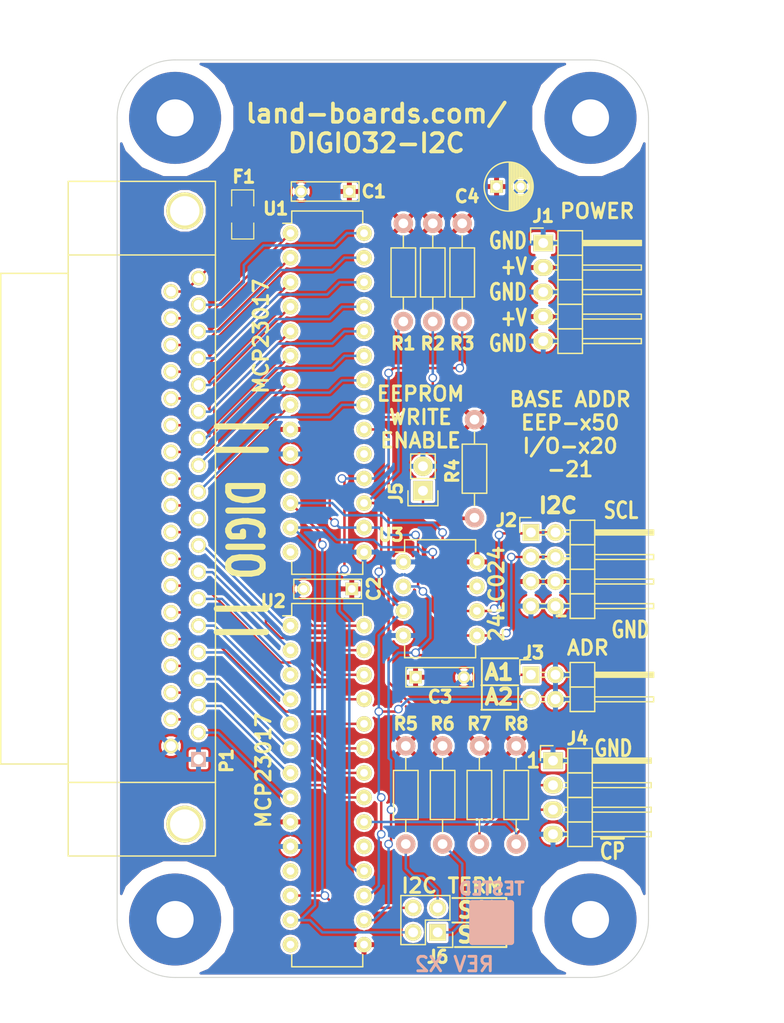
<source format=kicad_pcb>
(kicad_pcb (version 4) (host pcbnew "(after 2015-mar-04 BZR unknown)-product")
  (title_block (title "8-Channel Opto-Isolated Output I2C") (rev X1) (company land-boards.com))
  (layers (0 F.Cu signal) (31 B.Cu signal) (36 B.SilkS user) (37 F.SilkS user) (38 B.Mask user) (39 F.Mask user) (44 Edge.Cuts user))
  (net 0 "")
  (net 1 /A1)
  (net 2 /A2)
  (net 3 /SCL)
  (net 4 /SDA)
  (net 5 /VCC)
  (net 6 GND)
  (net 7 /RST)
  (net 8 /F5V)
  (net 9 "Net-(J6-Pad1)")
  (net 10 "Net-(J6-Pad3)")
  (net 11 /INT0)
  (net 12 /INT1)
  (net 13 /WE)
  (net 14 /C1GPB7)
  (net 15 /C1GPB6)
  (net 16 /C1GPB5)
  (net 17 /C1GPB4)
  (net 18 /C1GPB3)
  (net 19 /C1GPB2)
  (net 20 /C1GPB1)
  (net 21 /C1GPB0)
  (net 22 "Net-(P1-Pad10)")
  (net 23 /C0GPA0)
  (net 24 /C0GPA1)
  (net 25 /C0GPA2)
  (net 26 /C0GPA3)
  (net 27 /C0GPA4)
  (net 28 /C0GPA5)
  (net 29 /C0GPA6)
  (net 30 /C0GPA7)
  (net 31 /C1GPA0)
  (net 32 /C1GPA1)
  (net 33 /C1GPA2)
  (net 34 /C1GPA3)
  (net 35 /C1GPA4)
  (net 36 /C1GPA5)
  (net 37 /C1GPA6)
  (net 38 /C1GPA7)
  (net 39 /C0GPB7)
  (net 40 /C0GPB6)
  (net 41 /C0GPB5)
  (net 42 /C0GPB4)
  (net 43 /C0GPB3)
  (net 44 /C0GPB2)
  (net 45 /C0GPB1)
  (net 46 /C0GPB0)
  (net 47 "Net-(U1-Pad19)")
  (net 48 "Net-(U2-Pad19)")
  (module MTG-6-32 (layer F.Cu) (at 16 16 180)
    (fp_text reference MTG4 hide)
    (fp_text value MTG_HOLE hide)
    (pad 1 thru_hole circle (at 0 0 180) (size 9.525 9.525) (drill 3.8354) (layers *.Cu *.Mask) (clearance 1.27))
  )
  (module MTG-6-32 (layer F.Cu) (at 59 16 180)
    (fp_text reference MTG3 hide)
    (fp_text value MTG_HOLE hide)
    (pad 1 thru_hole circle (at 0 0 180) (size 9.525 9.525) (drill 3.8354) (layers *.Cu *.Mask) (clearance 1.27))
  )
  (module MTG-6-32 (layer F.Cu) (at 16 99 180)
    (fp_text reference MTG2 hide)
    (fp_text value MTG_HOLE hide)
    (pad 1 thru_hole circle (at 0 0 180) (size 9.525 9.525) (drill 3.8354) (layers *.Cu *.Mask) (clearance 1.27))
  )
  (module MTG-6-32 (layer F.Cu) (at 59 99 180)
    (fp_text reference MTG1 hide)
    (fp_text value MTG_HOLE hide)
    (pad 1 thru_hole circle (at 0 0 180) (size 9.525 9.525) (drill 3.8354) (layers *.Cu *.Mask) (clearance 1.27))
  )
  (module SM1206 (layer F.Cu) (at 23 26 270)
    (fp_text reference F1 (at -3.902 -0.114 360) (layer F.SilkS) (effects (font (size 1.27 1.27) (thickness 0.3175))))
    (fp_text value FUSE hide)
    (pad 1 smd rect (at -1.651 0 270) (size 1.524 2.032) (layers F.Cu F.Mask) (net 5 /VCC))
    (pad 2 smd rect (at 1.651 0 270) (size 1.524 2.032) (layers F.Cu F.Mask) (net 8 /F5V))
  )
  (module Pin_Headers:Pin_Header_Straight_1x02 (layer F.Cu) (at 41.656 54.61 180)
    (fp_text reference J5 (at 2.794 -0.254 270) (layer F.SilkS) (effects (font (size 1.27 1.27) (thickness 0.3175))))
    (fp_text value CONN_01X02 hide)
    (pad 1 thru_hole rect (at 0 0 180) (size 2.032 2.032) (drill 1.016) (layers *.Cu *.Mask F.SilkS) (net 13 /WE))
    (pad 2 thru_hole oval (at 0 2.54 180) (size 2.032 2.032) (drill 1.016) (layers *.Cu *.Mask F.SilkS) (net 6 GND))
  )
  (module Capacitors_ThroughHole:C_Rect_L7_W2_P5 (layer F.Cu) (at 34.036 23.622 180)
    (fp_text reference C1 (at -2.54 0 180) (layer F.SilkS) (effects (font (size 1.27 1.27) (thickness 0.3175))))
    (fp_text value 0.1uF hide)
    (pad 1 thru_hole rect (at 0 0 180) (size 1.3 1.3) (drill 0.8) (layers *.Cu *.Mask F.SilkS) (net 5 /VCC))
    (pad 2 thru_hole circle (at 5 0 180) (size 1.3 1.3) (drill 0.8) (layers *.Cu *.Mask F.SilkS) (net 6 GND))
  )
  (module Capacitors_ThroughHole:C_Rect_L7_W2_P5 (layer F.Cu) (at 34.29 64.77 180)
    (fp_text reference C2 (at -2.286 0 270) (layer F.SilkS) (effects (font (size 1.27 1.27) (thickness 0.3175))))
    (fp_text value 0.1uF hide)
    (pad 1 thru_hole rect (at 0 0 180) (size 1.3 1.3) (drill 0.8) (layers *.Cu *.Mask F.SilkS) (net 5 /VCC))
    (pad 2 thru_hole circle (at 5 0 180) (size 1.3 1.3) (drill 0.8) (layers *.Cu *.Mask F.SilkS) (net 6 GND))
  )
  (module Connect:DB37FC (layer F.Cu) (at 17 57.5 90)
    (fp_text reference P1 (at -25.05 4.336 90) (layer F.SilkS) (effects (font (size 1.27 1.27) (thickness 0.3175))))
    (fp_text value DB37 hide)
    (pad 1 thru_hole rect (at -24.9174 1.4224 270) (size 1.524 1.524) (drill 1.016) (layers *.Cu *.SilkS *.Mask) (net 6 GND))
    (pad 2 thru_hole circle (at -22.1488 1.4224 270) (size 1.524 1.524) (drill 1.016) (layers *.Cu *.Mask F.SilkS) (net 14 /C1GPB7))
    (pad 3 thru_hole circle (at -19.3802 1.4224 270) (size 1.524 1.524) (drill 1.016) (layers *.Cu *.Mask F.SilkS) (net 15 /C1GPB6))
    (pad 4 thru_hole circle (at -16.6116 1.4224 270) (size 1.524 1.524) (drill 1.016) (layers *.Cu *.Mask F.SilkS) (net 16 /C1GPB5))
    (pad 5 thru_hole circle (at -13.843 1.4224 270) (size 1.524 1.524) (drill 1.016) (layers *.Cu *.Mask F.SilkS) (net 17 /C1GPB4))
    (pad 6 thru_hole circle (at -11.0744 1.4224 270) (size 1.524 1.524) (drill 1.016) (layers *.Cu *.Mask F.SilkS) (net 18 /C1GPB3))
    (pad 7 thru_hole circle (at -8.3058 1.4224 270) (size 1.524 1.524) (drill 1.016) (layers *.Cu *.Mask F.SilkS) (net 19 /C1GPB2))
    (pad 8 thru_hole circle (at -5.5372 1.4224 270) (size 1.524 1.524) (drill 1.016) (layers *.Cu *.Mask F.SilkS) (net 20 /C1GPB1))
    (pad 9 thru_hole circle (at -2.7686 1.4224 270) (size 1.524 1.524) (drill 1.016) (layers *.Cu *.Mask F.SilkS) (net 21 /C1GPB0))
    (pad ? thru_hole circle (at -31.623 0 270) (size 3.81 3.81) (drill 3.048) (layers *.Cu *.Mask F.SilkS))
    (pad ? thru_hole circle (at 31.877 0 270) (size 3.81 3.81) (drill 3.048) (layers *.Cu *.Mask F.SilkS))
    (pad 10 thru_hole circle (at 0 1.4224 270) (size 1.524 1.524) (drill 1.016) (layers *.Cu *.Mask F.SilkS) (net 22 "Net-(P1-Pad10)"))
    (pad 11 thru_hole circle (at 2.7686 1.4224 270) (size 1.524 1.524) (drill 1.016) (layers *.Cu *.Mask F.SilkS) (net 23 /C0GPA0))
    (pad 12 thru_hole circle (at 5.5372 1.4224 270) (size 1.524 1.524) (drill 1.016) (layers *.Cu *.Mask F.SilkS) (net 24 /C0GPA1))
    (pad 13 thru_hole circle (at 8.3058 1.4224 270) (size 1.524 1.524) (drill 1.016) (layers *.Cu *.Mask F.SilkS) (net 25 /C0GPA2))
    (pad 14 thru_hole circle (at 11.0744 1.4224 270) (size 1.524 1.524) (drill 1.016) (layers *.Cu *.Mask F.SilkS) (net 26 /C0GPA3))
    (pad 15 thru_hole circle (at 13.843 1.4224 270) (size 1.524 1.524) (drill 1.016) (layers *.Cu *.Mask F.SilkS) (net 27 /C0GPA4))
    (pad 16 thru_hole circle (at 16.6116 1.4224 270) (size 1.524 1.524) (drill 1.016) (layers *.Cu *.Mask F.SilkS) (net 28 /C0GPA5))
    (pad 17 thru_hole circle (at 19.3802 1.4224 270) (size 1.524 1.524) (drill 1.016) (layers *.Cu *.Mask F.SilkS) (net 29 /C0GPA6))
    (pad 18 thru_hole circle (at 22.1488 1.4224 270) (size 1.524 1.524) (drill 1.016) (layers *.Cu *.Mask F.SilkS) (net 30 /C0GPA7))
    (pad 19 thru_hole circle (at 24.9174 1.4224 270) (size 1.524 1.524) (drill 1.016) (layers *.Cu *.Mask F.SilkS) (net 8 /F5V))
    (pad 20 thru_hole circle (at -23.5458 -1.4224 270) (size 1.524 1.524) (drill 1.016) (layers *.Cu *.Mask F.SilkS) (net 6 GND))
    (pad 21 thru_hole circle (at -20.7772 -1.4224 270) (size 1.524 1.524) (drill 1.016) (layers *.Cu *.Mask F.SilkS) (net 31 /C1GPA0))
    (pad 22 thru_hole circle (at -18.0086 -1.4224 270) (size 1.524 1.524) (drill 1.016) (layers *.Cu *.Mask F.SilkS) (net 32 /C1GPA1))
    (pad 23 thru_hole circle (at -15.24 -1.4224 270) (size 1.524 1.524) (drill 1.016) (layers *.Cu *.Mask F.SilkS) (net 33 /C1GPA2))
    (pad 24 thru_hole circle (at -12.4714 -1.4224 270) (size 1.524 1.524) (drill 1.016) (layers *.Cu *.Mask F.SilkS) (net 34 /C1GPA3))
    (pad 25 thru_hole circle (at -9.7028 -1.4224 270) (size 1.524 1.524) (drill 1.016) (layers *.Cu *.Mask F.SilkS) (net 35 /C1GPA4))
    (pad 26 thru_hole circle (at -6.9342 -1.4224 270) (size 1.524 1.524) (drill 1.016) (layers *.Cu *.Mask F.SilkS) (net 36 /C1GPA5))
    (pad 27 thru_hole circle (at -4.1656 -1.4224 270) (size 1.524 1.524) (drill 1.016) (layers *.Cu *.Mask F.SilkS) (net 37 /C1GPA6))
    (pad 28 thru_hole circle (at -1.397 -1.4224 270) (size 1.524 1.524) (drill 1.016) (layers *.Cu *.Mask F.SilkS) (net 38 /C1GPA7))
    (pad 29 thru_hole circle (at 1.3716 -1.4224 270) (size 1.524 1.524) (drill 1.016) (layers *.Cu *.Mask F.SilkS) (net 39 /C0GPB7))
    (pad 30 thru_hole circle (at 4.1402 -1.4224 270) (size 1.524 1.524) (drill 1.016) (layers *.Cu *.Mask F.SilkS) (net 40 /C0GPB6))
    (pad 31 thru_hole circle (at 6.9088 -1.4224 270) (size 1.524 1.524) (drill 1.016) (layers *.Cu *.Mask F.SilkS) (net 41 /C0GPB5))
    (pad 32 thru_hole circle (at 9.6774 -1.4224 270) (size 1.524 1.524) (drill 1.016) (layers *.Cu *.Mask F.SilkS) (net 42 /C0GPB4))
    (pad 33 thru_hole circle (at 12.446 -1.4224 270) (size 1.524 1.524) (drill 1.016) (layers *.Cu *.Mask F.SilkS) (net 43 /C0GPB3))
    (pad 34 thru_hole circle (at 15.2146 -1.4224 270) (size 1.524 1.524) (drill 1.016) (layers *.Cu *.Mask F.SilkS) (net 44 /C0GPB2))
    (pad 35 thru_hole circle (at 17.9832 -1.4224 270) (size 1.524 1.524) (drill 1.016) (layers *.Cu *.Mask F.SilkS) (net 45 /C0GPB1))
    (pad 36 thru_hole circle (at 20.7518 -1.4224 270) (size 1.524 1.524) (drill 1.016) (layers *.Cu *.Mask F.SilkS) (net 46 /C0GPB0))
    (pad 37 thru_hole circle (at 23.5204 -1.4224 270) (size 1.524 1.524) (drill 1.016) (layers *.Cu *.Mask F.SilkS) (net 8 /F5V))
  )
  (module Housings_DIP:DIP-28_W7.62mm (layer F.Cu) (at 27.94 68.58)
    (fp_text reference U2 (at -1.778 -2.54) (layer F.SilkS) (effects (font (size 1.27 1.27) (thickness 0.3175))))
    (fp_text value MCP23017P hide)
    (pad 1 thru_hole oval (at 0 0) (size 1.6 1.6) (drill 0.8) (layers *.Cu *.Mask F.SilkS) (net 21 /C1GPB0))
    (pad 2 thru_hole oval (at 0 2.54) (size 1.6 1.6) (drill 0.8) (layers *.Cu *.Mask F.SilkS) (net 20 /C1GPB1))
    (pad 3 thru_hole oval (at 0 5.08) (size 1.6 1.6) (drill 0.8) (layers *.Cu *.Mask F.SilkS) (net 19 /C1GPB2))
    (pad 4 thru_hole oval (at 0 7.62) (size 1.6 1.6) (drill 0.8) (layers *.Cu *.Mask F.SilkS) (net 18 /C1GPB3))
    (pad 5 thru_hole oval (at 0 10.16) (size 1.6 1.6) (drill 0.8) (layers *.Cu *.Mask F.SilkS) (net 17 /C1GPB4))
    (pad 6 thru_hole oval (at 0 12.7) (size 1.6 1.6) (drill 0.8) (layers *.Cu *.Mask F.SilkS) (net 16 /C1GPB5))
    (pad 7 thru_hole oval (at 0 15.24) (size 1.6 1.6) (drill 0.8) (layers *.Cu *.Mask F.SilkS) (net 15 /C1GPB6))
    (pad 8 thru_hole oval (at 0 17.78) (size 1.6 1.6) (drill 0.8) (layers *.Cu *.Mask F.SilkS) (net 14 /C1GPB7))
    (pad 9 thru_hole oval (at 0 20.32) (size 1.6 1.6) (drill 0.8) (layers *.Cu *.Mask F.SilkS) (net 5 /VCC))
    (pad 10 thru_hole oval (at 0 22.86) (size 1.6 1.6) (drill 0.8) (layers *.Cu *.Mask F.SilkS) (net 6 GND))
    (pad 11 thru_hole oval (at 0 25.4) (size 1.6 1.6) (drill 0.8) (layers *.Cu *.Mask F.SilkS))
    (pad 12 thru_hole oval (at 0 27.94) (size 1.6 1.6) (drill 0.8) (layers *.Cu *.Mask F.SilkS) (net 3 /SCL))
    (pad 13 thru_hole oval (at 0 30.48) (size 1.6 1.6) (drill 0.8) (layers *.Cu *.Mask F.SilkS) (net 4 /SDA))
    (pad 14 thru_hole oval (at 0 33.02) (size 1.6 1.6) (drill 0.8) (layers *.Cu *.Mask F.SilkS))
    (pad 15 thru_hole oval (at 7.62 33.02) (size 1.6 1.6) (drill 0.8) (layers *.Cu *.Mask F.SilkS) (net 5 /VCC))
    (pad 16 thru_hole oval (at 7.62 30.48) (size 1.6 1.6) (drill 0.8) (layers *.Cu *.Mask F.SilkS) (net 1 /A1))
    (pad 17 thru_hole oval (at 7.62 27.94) (size 1.6 1.6) (drill 0.8) (layers *.Cu *.Mask F.SilkS) (net 2 /A2))
    (pad 18 thru_hole oval (at 7.62 25.4) (size 1.6 1.6) (drill 0.8) (layers *.Cu *.Mask F.SilkS) (net 7 /RST))
    (pad 19 thru_hole oval (at 7.62 22.86) (size 1.6 1.6) (drill 0.8) (layers *.Cu *.Mask F.SilkS) (net 48 "Net-(U2-Pad19)"))
    (pad 20 thru_hole oval (at 7.62 20.32) (size 1.6 1.6) (drill 0.8) (layers *.Cu *.Mask F.SilkS) (net 11 /INT0))
    (pad 21 thru_hole oval (at 7.62 17.78) (size 1.6 1.6) (drill 0.8) (layers *.Cu *.Mask F.SilkS) (net 31 /C1GPA0))
    (pad 22 thru_hole oval (at 7.62 15.24) (size 1.6 1.6) (drill 0.8) (layers *.Cu *.Mask F.SilkS) (net 32 /C1GPA1))
    (pad 23 thru_hole oval (at 7.62 12.7) (size 1.6 1.6) (drill 0.8) (layers *.Cu *.Mask F.SilkS) (net 33 /C1GPA2))
    (pad 24 thru_hole oval (at 7.62 10.16) (size 1.6 1.6) (drill 0.8) (layers *.Cu *.Mask F.SilkS) (net 34 /C1GPA3))
    (pad 25 thru_hole oval (at 7.62 7.62) (size 1.6 1.6) (drill 0.8) (layers *.Cu *.Mask F.SilkS) (net 35 /C1GPA4))
    (pad 26 thru_hole oval (at 7.62 5.08) (size 1.6 1.6) (drill 0.8) (layers *.Cu *.Mask F.SilkS) (net 36 /C1GPA5))
    (pad 27 thru_hole oval (at 7.62 2.54) (size 1.6 1.6) (drill 0.8) (layers *.Cu *.Mask F.SilkS) (net 37 /C1GPA6))
    (pad 28 thru_hole oval (at 7.62 0) (size 1.6 1.6) (drill 0.8) (layers *.Cu *.Mask F.SilkS) (net 38 /C1GPA7))
  )
  (module Housings_DIP:DIP-28_W7.62mm (layer F.Cu) (at 27.94 27.94)
    (fp_text reference U1 (at -1.524 -2.54) (layer F.SilkS) (effects (font (size 1.27 1.27) (thickness 0.3175))))
    (fp_text value MCP23017P hide)
    (pad 1 thru_hole oval (at 0 0) (size 1.6 1.6) (drill 0.8) (layers *.Cu *.Mask F.SilkS) (net 46 /C0GPB0))
    (pad 2 thru_hole oval (at 0 2.54) (size 1.6 1.6) (drill 0.8) (layers *.Cu *.Mask F.SilkS) (net 45 /C0GPB1))
    (pad 3 thru_hole oval (at 0 5.08) (size 1.6 1.6) (drill 0.8) (layers *.Cu *.Mask F.SilkS) (net 44 /C0GPB2))
    (pad 4 thru_hole oval (at 0 7.62) (size 1.6 1.6) (drill 0.8) (layers *.Cu *.Mask F.SilkS) (net 43 /C0GPB3))
    (pad 5 thru_hole oval (at 0 10.16) (size 1.6 1.6) (drill 0.8) (layers *.Cu *.Mask F.SilkS) (net 42 /C0GPB4))
    (pad 6 thru_hole oval (at 0 12.7) (size 1.6 1.6) (drill 0.8) (layers *.Cu *.Mask F.SilkS) (net 41 /C0GPB5))
    (pad 7 thru_hole oval (at 0 15.24) (size 1.6 1.6) (drill 0.8) (layers *.Cu *.Mask F.SilkS) (net 40 /C0GPB6))
    (pad 8 thru_hole oval (at 0 17.78) (size 1.6 1.6) (drill 0.8) (layers *.Cu *.Mask F.SilkS) (net 39 /C0GPB7))
    (pad 9 thru_hole oval (at 0 20.32) (size 1.6 1.6) (drill 0.8) (layers *.Cu *.Mask F.SilkS) (net 5 /VCC))
    (pad 10 thru_hole oval (at 0 22.86) (size 1.6 1.6) (drill 0.8) (layers *.Cu *.Mask F.SilkS) (net 6 GND))
    (pad 11 thru_hole oval (at 0 25.4) (size 1.6 1.6) (drill 0.8) (layers *.Cu *.Mask F.SilkS))
    (pad 12 thru_hole oval (at 0 27.94) (size 1.6 1.6) (drill 0.8) (layers *.Cu *.Mask F.SilkS) (net 3 /SCL))
    (pad 13 thru_hole oval (at 0 30.48) (size 1.6 1.6) (drill 0.8) (layers *.Cu *.Mask F.SilkS) (net 4 /SDA))
    (pad 14 thru_hole oval (at 0 33.02) (size 1.6 1.6) (drill 0.8) (layers *.Cu *.Mask F.SilkS))
    (pad 15 thru_hole oval (at 7.62 33.02) (size 1.6 1.6) (drill 0.8) (layers *.Cu *.Mask F.SilkS) (net 6 GND))
    (pad 16 thru_hole oval (at 7.62 30.48) (size 1.6 1.6) (drill 0.8) (layers *.Cu *.Mask F.SilkS) (net 1 /A1))
    (pad 17 thru_hole oval (at 7.62 27.94) (size 1.6 1.6) (drill 0.8) (layers *.Cu *.Mask F.SilkS) (net 2 /A2))
    (pad 18 thru_hole oval (at 7.62 25.4) (size 1.6 1.6) (drill 0.8) (layers *.Cu *.Mask F.SilkS) (net 7 /RST))
    (pad 19 thru_hole oval (at 7.62 22.86) (size 1.6 1.6) (drill 0.8) (layers *.Cu *.Mask F.SilkS) (net 47 "Net-(U1-Pad19)"))
    (pad 20 thru_hole oval (at 7.62 20.32) (size 1.6 1.6) (drill 0.8) (layers *.Cu *.Mask F.SilkS) (net 12 /INT1))
    (pad 21 thru_hole oval (at 7.62 17.78) (size 1.6 1.6) (drill 0.8) (layers *.Cu *.Mask F.SilkS) (net 23 /C0GPA0))
    (pad 22 thru_hole oval (at 7.62 15.24) (size 1.6 1.6) (drill 0.8) (layers *.Cu *.Mask F.SilkS) (net 24 /C0GPA1))
    (pad 23 thru_hole oval (at 7.62 12.7) (size 1.6 1.6) (drill 0.8) (layers *.Cu *.Mask F.SilkS) (net 25 /C0GPA2))
    (pad 24 thru_hole oval (at 7.62 10.16) (size 1.6 1.6) (drill 0.8) (layers *.Cu *.Mask F.SilkS) (net 26 /C0GPA3))
    (pad 25 thru_hole oval (at 7.62 7.62) (size 1.6 1.6) (drill 0.8) (layers *.Cu *.Mask F.SilkS) (net 27 /C0GPA4))
    (pad 26 thru_hole oval (at 7.62 5.08) (size 1.6 1.6) (drill 0.8) (layers *.Cu *.Mask F.SilkS) (net 28 /C0GPA5))
    (pad 27 thru_hole oval (at 7.62 2.54) (size 1.6 1.6) (drill 0.8) (layers *.Cu *.Mask F.SilkS) (net 29 /C0GPA6))
    (pad 28 thru_hole oval (at 7.62 0) (size 1.6 1.6) (drill 0.8) (layers *.Cu *.Mask F.SilkS) (net 30 /C0GPA7))
  )
  (module Housings_DIP:DIP-8_W7.62mm (layer F.Cu) (at 39.624 61.976)
    (fp_text reference U3 (at -1.27 -2.794) (layer F.SilkS) (effects (font (size 1.27 1.27) (thickness 0.3175))))
    (fp_text value 24C01 hide)
    (pad 1 thru_hole oval (at 0 0) (size 1.6 1.6) (drill 0.8) (layers *.Cu *.Mask F.SilkS) (net 6 GND))
    (pad 2 thru_hole oval (at 0 2.54) (size 1.6 1.6) (drill 0.8) (layers *.Cu *.Mask F.SilkS) (net 1 /A1))
    (pad 3 thru_hole oval (at 0 5.08) (size 1.6 1.6) (drill 0.8) (layers *.Cu *.Mask F.SilkS) (net 2 /A2))
    (pad 4 thru_hole oval (at 0 7.62) (size 1.6 1.6) (drill 0.8) (layers *.Cu *.Mask F.SilkS) (net 6 GND))
    (pad 5 thru_hole oval (at 7.62 7.62) (size 1.6 1.6) (drill 0.8) (layers *.Cu *.Mask F.SilkS) (net 4 /SDA))
    (pad 6 thru_hole oval (at 7.62 5.08) (size 1.6 1.6) (drill 0.8) (layers *.Cu *.Mask F.SilkS) (net 3 /SCL))
    (pad 7 thru_hole oval (at 7.62 2.54) (size 1.6 1.6) (drill 0.8) (layers *.Cu *.Mask F.SilkS) (net 13 /WE))
    (pad 8 thru_hole oval (at 7.62 0) (size 1.6 1.6) (drill 0.8) (layers *.Cu *.Mask F.SilkS) (net 5 /VCC))
  )
  (module Pin_Headers:Pin_Header_Angled_2x04 (layer F.Cu) (at 52.832 58.928)
    (fp_text reference J2 (at -2.54 -1.27) (layer F.SilkS) (effects (font (size 1.27 1.27) (thickness 0.3175))))
    (fp_text value CONN_02X04 hide)
    (pad 1 thru_hole rect (at 0 0) (size 1.7272 1.7272) (drill 1.016) (layers *.Cu *.Mask F.SilkS) (net 3 /SCL))
    (pad 2 thru_hole oval (at 2.54 0) (size 1.7272 1.7272) (drill 1.016) (layers *.Cu *.Mask F.SilkS) (net 3 /SCL))
    (pad 3 thru_hole oval (at 0 2.54) (size 1.7272 1.7272) (drill 1.016) (layers *.Cu *.Mask F.SilkS) (net 4 /SDA))
    (pad 4 thru_hole oval (at 2.54 2.54) (size 1.7272 1.7272) (drill 1.016) (layers *.Cu *.Mask F.SilkS) (net 4 /SDA))
    (pad 5 thru_hole oval (at 0 5.08) (size 1.7272 1.7272) (drill 1.016) (layers *.Cu *.Mask F.SilkS) (net 5 /VCC))
    (pad 6 thru_hole oval (at 2.54 5.08) (size 1.7272 1.7272) (drill 1.016) (layers *.Cu *.Mask F.SilkS) (net 5 /VCC))
    (pad 7 thru_hole oval (at 0 7.62) (size 1.7272 1.7272) (drill 1.016) (layers *.Cu *.Mask F.SilkS) (net 6 GND))
    (pad 8 thru_hole oval (at 2.54 7.62) (size 1.7272 1.7272) (drill 1.016) (layers *.Cu *.Mask F.SilkS) (net 6 GND))
  )
  (module Pin_Headers:Pin_Header_Angled_1x05 (layer F.Cu) (at 54.102 28.956)
    (fp_text reference J1 (at 0 -2.794) (layer F.SilkS) (effects (font (size 1.27 1.27) (thickness 0.3175))))
    (fp_text value CONN_01X05 hide)
    (pad 1 thru_hole rect (at 0 0) (size 2.032 1.7272) (drill 1.016) (layers *.Cu *.Mask F.SilkS) (net 6 GND))
    (pad 2 thru_hole oval (at 0 2.54) (size 2.032 1.7272) (drill 1.016) (layers *.Cu *.Mask F.SilkS) (net 5 /VCC))
    (pad 3 thru_hole oval (at 0 5.08) (size 2.032 1.7272) (drill 1.016) (layers *.Cu *.Mask F.SilkS) (net 6 GND))
    (pad 4 thru_hole oval (at 0 7.62) (size 2.032 1.7272) (drill 1.016) (layers *.Cu *.Mask F.SilkS) (net 5 /VCC))
    (pad 5 thru_hole oval (at 0 10.16) (size 2.032 1.7272) (drill 1.016) (layers *.Cu *.Mask F.SilkS) (net 6 GND))
  )
  (module Resistors_ThroughHole:Resistor_Horizontal_RM10mm (layer F.Cu) (at 43.688 91.186 90)
    (fp_text reference R6 (at 12.446 0 180) (layer F.SilkS) (effects (font (size 1.27 1.27) (thickness 0.3175))))
    (fp_text value 2.2K hide)
    (pad 1 thru_hole circle (at 0 0 90) (size 1.99898 1.99898) (drill 1.00076) (layers *.Cu *.SilkS *.Mask) (net 9 "Net-(J6-Pad1)"))
    (pad 2 thru_hole circle (at 10.16 0 90) (size 1.99898 1.99898) (drill 1.00076) (layers *.Cu *.SilkS *.Mask) (net 5 /VCC))
  )
  (module Resistors_ThroughHole:Resistor_Horizontal_RM10mm (layer F.Cu) (at 39.878 91.186 90)
    (fp_text reference R5 (at 12.446 0 180) (layer F.SilkS) (effects (font (size 1.27 1.27) (thickness 0.3175))))
    (fp_text value 2.2K hide)
    (pad 1 thru_hole circle (at 0 0 90) (size 1.99898 1.99898) (drill 1.00076) (layers *.Cu *.SilkS *.Mask) (net 10 "Net-(J6-Pad3)"))
    (pad 2 thru_hole circle (at 10.16 0 90) (size 1.99898 1.99898) (drill 1.00076) (layers *.Cu *.SilkS *.Mask) (net 5 /VCC))
  )
  (module Resistors_ThroughHole:Resistor_Horizontal_RM10mm (layer F.Cu) (at 47.498 91.186 90)
    (fp_text reference R7 (at 12.446 0 180) (layer F.SilkS) (effects (font (size 1.27 1.27) (thickness 0.3175))))
    (fp_text value 10K hide)
    (pad 1 thru_hole circle (at 0 0 90) (size 1.99898 1.99898) (drill 1.00076) (layers *.Cu *.SilkS *.Mask) (net 12 /INT1))
    (pad 2 thru_hole circle (at 10.16 0 90) (size 1.99898 1.99898) (drill 1.00076) (layers *.Cu *.SilkS *.Mask) (net 5 /VCC))
  )
  (module Resistors_ThroughHole:Resistor_Horizontal_RM10mm (layer F.Cu) (at 45.72 37.084 90)
    (fp_text reference R3 (at -2.286 0 180) (layer F.SilkS) (effects (font (size 1.27 1.27) (thickness 0.3175))))
    (fp_text value 10K hide)
    (pad 1 thru_hole circle (at 0 0 90) (size 1.99898 1.99898) (drill 1.00076) (layers *.Cu *.SilkS *.Mask) (net 7 /RST))
    (pad 2 thru_hole circle (at 10.16 0 90) (size 1.99898 1.99898) (drill 1.00076) (layers *.Cu *.SilkS *.Mask) (net 5 /VCC))
  )
  (module Resistors_ThroughHole:Resistor_Horizontal_RM10mm (layer F.Cu) (at 46.99 57.404 90)
    (fp_text reference R4 (at 4.826 -2.286 270) (layer F.SilkS) (effects (font (size 1.27 1.27) (thickness 0.3175))))
    (fp_text value 1K hide)
    (pad 1 thru_hole circle (at 0 0 90) (size 1.99898 1.99898) (drill 1.00076) (layers *.Cu *.SilkS *.Mask) (net 13 /WE))
    (pad 2 thru_hole circle (at 10.16 0 90) (size 1.99898 1.99898) (drill 1.00076) (layers *.Cu *.SilkS *.Mask) (net 5 /VCC))
  )
  (module Resistors_ThroughHole:Resistor_Horizontal_RM10mm (layer F.Cu) (at 39.624 37.084 90)
    (fp_text reference R1 (at -2.286 0 180) (layer F.SilkS) (effects (font (size 1.27 1.27) (thickness 0.3175))))
    (fp_text value 10K hide)
    (pad 1 thru_hole circle (at 0 0 90) (size 1.99898 1.99898) (drill 1.00076) (layers *.Cu *.SilkS *.Mask) (net 2 /A2))
    (pad 2 thru_hole circle (at 10.16 0 90) (size 1.99898 1.99898) (drill 1.00076) (layers *.Cu *.SilkS *.Mask) (net 5 /VCC))
  )
  (module Resistors_ThroughHole:Resistor_Horizontal_RM10mm (layer F.Cu) (at 51.308 91.186 90)
    (fp_text reference R8 (at 12.446 0 180) (layer F.SilkS) (effects (font (size 1.27 1.27) (thickness 0.3175))))
    (fp_text value 10K hide)
    (pad 1 thru_hole circle (at 0 0 90) (size 1.99898 1.99898) (drill 1.00076) (layers *.Cu *.SilkS *.Mask) (net 11 /INT0))
    (pad 2 thru_hole circle (at 10.16 0 90) (size 1.99898 1.99898) (drill 1.00076) (layers *.Cu *.SilkS *.Mask) (net 5 /VCC))
  )
  (module Resistors_ThroughHole:Resistor_Horizontal_RM10mm (layer F.Cu) (at 42.672 37.084 90)
    (fp_text reference R2 (at -2.286 0 180) (layer F.SilkS) (effects (font (size 1.27 1.27) (thickness 0.3175))))
    (fp_text value 10K hide)
    (pad 1 thru_hole circle (at 0 0 90) (size 1.99898 1.99898) (drill 1.00076) (layers *.Cu *.SilkS *.Mask) (net 1 /A1))
    (pad 2 thru_hole circle (at 10.16 0 90) (size 1.99898 1.99898) (drill 1.00076) (layers *.Cu *.SilkS *.Mask) (net 5 /VCC))
  )
  (module Pin_Headers:Pin_Header_Angled_1x04 (layer F.Cu) (at 55.118 82.55)
    (fp_text reference J4 (at 2.54 -2.286) (layer F.SilkS) (effects (font (size 1.27 1.27) (thickness 0.3175))))
    (fp_text value CONN_01X04 hide)
    (pad 1 thru_hole rect (at 0 0) (size 2.032 1.7272) (drill 1.016) (layers *.Cu *.Mask F.SilkS) (net 6 GND))
    (pad 2 thru_hole oval (at 0 2.54) (size 2.032 1.7272) (drill 1.016) (layers *.Cu *.Mask F.SilkS) (net 12 /INT1))
    (pad 3 thru_hole oval (at 0 5.08) (size 2.032 1.7272) (drill 1.016) (layers *.Cu *.Mask F.SilkS) (net 11 /INT0))
    (pad 4 thru_hole oval (at 0 7.62) (size 2.032 1.7272) (drill 1.016) (layers *.Cu *.Mask F.SilkS) (net 6 GND))
  )
  (module Capacitors_ThroughHole:C_Rect_L7_W2_P5 (layer F.Cu) (at 40.894 73.914)
    (fp_text reference C3 (at 2.54 2.032) (layer F.SilkS) (effects (font (size 1.27 1.27) (thickness 0.3175))))
    (fp_text value 0.1uF hide)
    (pad 1 thru_hole rect (at 0 0) (size 1.3 1.3) (drill 0.8) (layers *.Cu *.Mask F.SilkS) (net 5 /VCC))
    (pad 2 thru_hole circle (at 5 0) (size 1.3 1.3) (drill 0.8) (layers *.Cu *.Mask F.SilkS) (net 6 GND))
  )
  (module Pin_Headers:Pin_Header_Angled_2x02 (layer F.Cu) (at 52.832 73.66)
    (fp_text reference J3 (at 0.254 -2.286) (layer F.SilkS) (effects (font (size 1.27 1.27) (thickness 0.3175))))
    (fp_text value CONN_02X02 hide)
    (pad 1 thru_hole rect (at 0 0) (size 1.7272 1.7272) (drill 1.016) (layers *.Cu *.Mask F.SilkS) (net 1 /A1))
    (pad 2 thru_hole oval (at 2.54 0) (size 1.7272 1.7272) (drill 1.016) (layers *.Cu *.Mask F.SilkS) (net 6 GND))
    (pad 3 thru_hole oval (at 0 2.54) (size 1.7272 1.7272) (drill 1.016) (layers *.Cu *.Mask F.SilkS) (net 2 /A2))
    (pad 4 thru_hole oval (at 2.54 2.54) (size 1.7272 1.7272) (drill 1.016) (layers *.Cu *.Mask F.SilkS) (net 6 GND))
  )
  (module Pin_Headers:Pin_Header_Straight_2x02 (layer F.Cu) (at 43.18 100.33 180)
    (fp_text reference J6 (at 0 -2.54 180) (layer F.SilkS) (effects (font (size 1.27 1.27) (thickness 0.3175))))
    (fp_text value CONN_02X02 hide)
    (pad 1 thru_hole rect (at 0 0 180) (size 1.7272 1.7272) (drill 1.016) (layers *.Cu *.Mask F.SilkS) (net 9 "Net-(J6-Pad1)"))
    (pad 2 thru_hole oval (at 2.54 0 180) (size 1.7272 1.7272) (drill 1.016) (layers *.Cu *.Mask F.SilkS) (net 4 /SDA))
    (pad 3 thru_hole oval (at 0 2.54 180) (size 1.7272 1.7272) (drill 1.016) (layers *.Cu *.Mask F.SilkS) (net 10 "Net-(J6-Pad3)"))
    (pad 4 thru_hole oval (at 2.54 2.54 180) (size 1.7272 1.7272) (drill 1.016) (layers *.Cu *.Mask F.SilkS) (net 3 /SCL))
  )
  (module Capacitors_ThroughHole:C_Radial_D5_L11_P2.5 (layer F.Cu) (at 49.276 23.114)
    (fp_text reference C4 (at -3.048 1.016) (layer F.SilkS) (effects (font (size 1.27 1.27) (thickness 0.3175))))
    (fp_text value 47uF hide)
    (pad 1 thru_hole rect (at 0 0) (size 1.3 1.3) (drill 0.8) (layers *.Cu *.Mask F.SilkS) (net 5 /VCC))
    (pad 2 thru_hole circle (at 2.5 0) (size 1.3 1.3) (drill 0.8) (layers *.Cu *.Mask F.SilkS) (net 6 GND))
  )
  (module DougsNewMods:TEST_BLK-REAR (layer F.Cu) (at 48.768 99.314)
    (fp_text reference TESTED (at 0 -3.5) (layer B.SilkS) (effects (font (size 1.27 1.27) (thickness 0.3175)) (justify mirror)))
    (fp_text value TESTED_COUPON hide)
  )
  (gr_text ~CP (at 62.738 91.948) (layer F.SilkS) (effects (font (size 1.651 1.27) (thickness 0.3)) (justify right)))
  (gr_text SCL (at 60.198 56.642) (layer F.SilkS) (effects (font (size 1.651 1.27) (thickness 0.3)) (justify left)))
  (gr_line (start 50.292 99.314) (end 44.704 99.314) (angle 90) (layer F.SilkS) (width 0.2))
  (gr_line (start 50.292 101.854) (end 44.958 101.854) (angle 90) (layer F.SilkS) (width 0.2))
  (gr_line (start 50.292 96.774) (end 50.292 101.854) (angle 90) (layer F.SilkS) (width 0.2))
  (gr_line (start 44.704 96.774) (end 50.292 96.774) (angle 90) (layer F.SilkS) (width 0.2))
  (gr_line (start 47.752 72.136) (end 47.752 77.216) (angle 90) (layer F.SilkS) (width 0.2))
  (gr_text "A1\nA2" (at 49.53 74.676) (layer F.SilkS) (effects (font (size 1.5875 1.5875) (thickness 0.396875))))
  (gr_line (start 59 105) (end 16 105) (angle 90) (layer Edge.Cuts) (width 0.1))
  (gr_line (start 16 10) (end 59 10) (angle 90) (layer Edge.Cuts) (width 0.1))
  (gr_text MCP23017 (at 24.892 38.608 90) (layer F.SilkS) (effects (font (size 1.5 1.5) (thickness 0.3))))
  (gr_line (start 54.35 59.046) (end 56.89 59.046) (angle 90) (layer F.SilkS) (width 0.2))
  (gr_line (start 54.35 61.586) (end 56.89 61.586) (angle 90) (layer F.SilkS) (width 0.2))
  (gr_line (start 47.698 71.952) (end 51.508 71.952) (angle 90) (layer F.SilkS) (width 0.2))
  (gr_line (start 47.698 74.746) (end 51.508 74.746) (angle 90) (layer F.SilkS) (width 0.2))
  (gr_line (start 51.508 77.286) (end 51.508 75) (angle 90) (layer F.SilkS) (width 0.2))
  (gr_line (start 47.698 77.286) (end 51.508 77.286) (angle 90) (layer F.SilkS) (width 0.2))
  (gr_text POWER (at 59.69 25.654) (layer F.SilkS) (effects (font (size 1.5 1.5) (thickness 0.3))))
  (gr_text "EEPROM\nWRITE\nENABLE" (at 41.402 46.99) (layer F.SilkS) (effects (font (size 1.5 1.5) (thickness 0.3))))
  (gr_text 24LC024 (at 49.276 65.278 90) (layer F.SilkS) (effects (font (size 1.5 1.5) (thickness 0.3))))
  (gr_text MCP23017 (at 25.146 83.566 90) (layer F.SilkS) (effects (font (size 1.5 1.5) (thickness 0.3))))
  (gr_text "SCL\nSDA" (at 47.498 99.314) (layer F.SilkS) (effects (font (size 1.5875 1.5875) (thickness 0.396875))))
  (gr_text "I2C TERM" (at 44.704 95.504) (layer F.SilkS) (effects (font (size 1.5 1.5) (thickness 0.3))))
  (gr_text ADR (at 56.388 70.866) (layer F.SilkS) (effects (font (size 1.5 1.5) (thickness 0.3)) (justify left)))
  (gr_text 1 (at 53.086 82.55) (layer F.SilkS) (effects (font (size 1.5 1.5) (thickness 0.3))))
  (gr_text 1 (at 55.958 66.896) (layer F.SilkS) (effects (font (size 1.5 1.5) (thickness 0.3))))
  (gr_text "GND\n+V\nGND\n+V\nGND" (at 52.578 34.036) (layer F.SilkS) (effects (font (size 1.651 1.27) (thickness 0.3)) (justify right)))
  (gr_text GND (at 63.5 81.28) (layer F.SilkS) (effects (font (size 1.651 1.27) (thickness 0.3)) (justify right)))
  (gr_line (start 10 99) (end 10 16) (angle 90) (layer Edge.Cuts) (width 0.1))
  (gr_line (start 65 16) (end 65 99) (angle 90) (layer Edge.Cuts) (width 0.1))
  (gr_arc (start 16 99) (end 16 105) (angle 90) (layer Edge.Cuts) (width 0.1))
  (gr_arc (start 59 99) (end 65 99) (angle 90) (layer Edge.Cuts) (width 0.1))
  (gr_arc (start 59 16) (end 59 10) (angle 90) (layer Edge.Cuts) (width 0.1))
  (gr_arc (start 16 16) (end 10 16) (angle 90) (layer Edge.Cuts) (width 0.1))
  (gr_text "BASE ADDR\nEEP-x50\nI/O-x20\n-21" (at 56.896 48.768) (layer F.SilkS) (effects (font (size 1.5 1.5) (thickness 0.3))))
  (gr_text "land-boards.com/\nDIGIO32-I2C" (at 36.83 17.0815) (layer F.SilkS) (effects (font (size 1.905 1.905) (thickness 0.381))))
  (gr_text I2C (at 55.626 56.134) (layer F.SilkS) (effects (font (size 1.5875 1.5875) (thickness 0.396875))))
  (gr_text GND (at 61 69) (layer F.SilkS) (effects (font (size 1.651 1.27) (thickness 0.3)) (justify left)))
  (gr_text "|| DIGIO ||" (at 23.114 70.866 270) (layer F.SilkS) (effects (font (size 3.556 2.54) (thickness 0.635)) (justify right)))
  (gr_text "REV X2" (at 40.64 103.632) (layer B.SilkS) (effects (font (size 1.5 1.5) (thickness 0.3)) (justify right mirror)))
  (segment (start 52.832 73.66) (end 51.054 73.66) (width 0.254) (layer F.Cu) (net 1))
  (via (at 40.894 71.374) (size 0.889) (layers F.Cu B.Cu) (net 1))
  (segment (start 41.148 71.628) (end 40.894 71.374) (width 0.254) (layer F.Cu) (net 1))
  (segment (start 49.022 71.628) (end 41.148 71.628) (width 0.254) (layer F.Cu) (net 1))
  (segment (start 51.054 73.66) (end 49.022 71.628) (width 0.254) (layer F.Cu) (net 1))
  (segment (start 38.1 77.978) (end 38.1 72.39) (width 0.254) (layer B.Cu) (net 1))
  (segment (start 39.116 71.374) (end 40.894 71.374) (width 0.254) (layer B.Cu) (net 1))
  (segment (start 35.56 99.06) (end 36.576 99.06) (width 0.254) (layer B.Cu) (net 1))
  (segment (start 38.1 82.296) (end 38.1 77.978) (width 0.254) (layer B.Cu) (net 1))
  (segment (start 38.354 82.55) (end 38.1 82.296) (width 0.254) (layer B.Cu) (net 1))
  (segment (start 38.354 87.63) (end 38.354 82.55) (width 0.254) (layer B.Cu) (net 1))
  (via (at 38.354 87.63) (size 0.889) (layers F.Cu B.Cu) (net 1))
  (segment (start 38.354 90.932) (end 38.354 87.63) (width 0.254) (layer F.Cu) (net 1))
  (segment (start 38.1 91.186) (end 38.354 90.932) (width 0.254) (layer F.Cu) (net 1))
  (via (at 38.1 91.186) (size 0.889) (layers F.Cu B.Cu) (net 1))
  (segment (start 38.1 97.536) (end 38.1 91.186) (width 0.254) (layer B.Cu) (net 1))
  (segment (start 36.576 99.06) (end 38.1 97.536) (width 0.254) (layer B.Cu) (net 1))
  (segment (start 38.1 72.39) (end 39.116 71.374) (width 0.254) (layer B.Cu) (net 1))
  (segment (start 41.148 64.516) (end 39.624 64.516) (width 0.254) (layer B.Cu) (net 1))
  (segment (start 37.084 58.42) (end 37.846 59.182) (width 0.254) (layer B.Cu) (net 1))
  (segment (start 37.846 59.182) (end 40.894 59.182) (width 0.254) (layer B.Cu) (net 1))
  (via (at 40.894 59.182) (size 0.889) (layers F.Cu B.Cu) (net 1))
  (segment (start 40.894 59.182) (end 41.148 59.436) (width 0.254) (layer F.Cu) (net 1))
  (segment (start 41.148 59.436) (end 41.148 64.516) (width 0.254) (layer F.Cu) (net 1))
  (segment (start 41.148 64.516) (end 41.656 65.024) (width 0.254) (layer F.Cu) (net 1))
  (segment (start 35.56 58.42) (end 37.084 58.42) (width 0.254) (layer B.Cu) (net 1))
  (segment (start 33.02 58.42) (end 32.512 57.912) (width 0.254) (layer B.Cu) (net 1))
  (via (at 32.512 57.912) (size 0.889) (layers F.Cu B.Cu) (net 1))
  (segment (start 32.512 57.912) (end 32.004 57.404) (width 0.254) (layer F.Cu) (net 1))
  (segment (start 32.004 57.404) (end 32.004 48.26) (width 0.254) (layer F.Cu) (net 1))
  (segment (start 32.004 48.26) (end 33.274 46.99) (width 0.254) (layer F.Cu) (net 1))
  (segment (start 33.274 46.99) (end 39.37 46.99) (width 0.254) (layer F.Cu) (net 1))
  (segment (start 39.37 46.99) (end 42.672 43.688) (width 0.254) (layer F.Cu) (net 1))
  (segment (start 42.672 43.688) (end 42.672 42.926) (width 0.254) (layer F.Cu) (net 1))
  (via (at 42.672 42.926) (size 0.889) (layers F.Cu B.Cu) (net 1))
  (segment (start 42.672 42.926) (end 42.672 37.211) (width 0.254) (layer B.Cu) (net 1))
  (segment (start 35.56 58.42) (end 33.02 58.42) (width 0.254) (layer B.Cu) (net 1))
  (segment (start 41.656 65.024) (end 41.148 64.516) (width 0.254) (layer B.Cu) (net 1))
  (via (at 41.656 65.024) (size 0.889) (layers F.Cu B.Cu) (net 1))
  (segment (start 42.418 65.786) (end 41.656 65.024) (width 0.254) (layer B.Cu) (net 1))
  (segment (start 40.894 71.374) (end 42.418 69.85) (width 0.254) (layer B.Cu) (net 1))
  (segment (start 42.418 69.85) (end 42.418 65.786) (width 0.254) (layer B.Cu) (net 1))
  (segment (start 52.832 76.2) (end 40.132 76.2) (width 0.254) (layer B.Cu) (net 2))
  (via (at 37.084 77.47) (size 0.889) (layers F.Cu B.Cu) (net 2))
  (segment (start 38.862 77.47) (end 37.084 77.47) (width 0.254) (layer F.Cu) (net 2))
  (segment (start 39.116 77.216) (end 38.862 77.47) (width 0.254) (layer F.Cu) (net 2))
  (via (at 39.116 77.216) (size 0.889) (layers F.Cu B.Cu) (net 2))
  (segment (start 40.132 76.2) (end 39.116 77.216) (width 0.254) (layer B.Cu) (net 2))
  (segment (start 37.084 74.93) (end 37.084 71.628) (width 0.254) (layer B.Cu) (net 2))
  (segment (start 37.084 86.106) (end 37.084 77.47) (width 0.254) (layer B.Cu) (net 2))
  (segment (start 37.338 86.36) (end 37.084 86.106) (width 0.254) (layer B.Cu) (net 2))
  (segment (start 37.084 77.47) (end 37.084 74.93) (width 0.254) (layer B.Cu) (net 2))
  (segment (start 37.084 71.628) (end 37.084 69.596) (width 0.254) (layer B.Cu) (net 2))
  (segment (start 36.068 96.52) (end 37.084 95.504) (width 0.254) (layer B.Cu) (net 2))
  (segment (start 37.084 95.504) (end 37.084 90.424) (width 0.254) (layer B.Cu) (net 2))
  (segment (start 37.084 90.424) (end 37.338 90.17) (width 0.254) (layer B.Cu) (net 2))
  (via (at 37.338 90.17) (size 0.889) (layers F.Cu B.Cu) (net 2))
  (segment (start 37.338 90.17) (end 37.338 86.36) (width 0.254) (layer F.Cu) (net 2))
  (via (at 37.338 86.36) (size 0.889) (layers F.Cu B.Cu) (net 2))
  (segment (start 35.56 96.52) (end 36.068 96.52) (width 0.254) (layer B.Cu) (net 2))
  (segment (start 39.116 37.719) (end 39.624 37.211) (width 0.254) (layer B.Cu) (net 2))
  (segment (start 39.116 52.578) (end 39.116 37.719) (width 0.254) (layer B.Cu) (net 2))
  (segment (start 35.814 55.88) (end 39.116 52.578) (width 0.254) (layer B.Cu) (net 2))
  (segment (start 35.56 55.88) (end 35.814 55.88) (width 0.254) (layer B.Cu) (net 2))
  (segment (start 37.084 64.516) (end 39.624 67.056) (width 0.254) (layer B.Cu) (net 2))
  (segment (start 36.576 55.88) (end 35.56 55.88) (width 0.254) (layer F.Cu) (net 2))
  (segment (start 37.338 56.642) (end 36.576 55.88) (width 0.254) (layer F.Cu) (net 2))
  (segment (start 37.338 62.738) (end 37.338 56.642) (width 0.254) (layer F.Cu) (net 2))
  (segment (start 37.084 62.992) (end 37.338 62.738) (width 0.254) (layer F.Cu) (net 2))
  (via (at 37.084 62.992) (size 0.889) (layers F.Cu B.Cu) (net 2))
  (segment (start 37.084 62.992) (end 37.084 64.516) (width 0.254) (layer B.Cu) (net 2))
  (segment (start 37.084 69.596) (end 39.624 67.056) (width 0.254) (layer B.Cu) (net 2))
  (segment (start 40.64 97.79) (end 32.766 97.79) (width 0.254) (layer F.Cu) (net 3))
  (segment (start 32.766 97.79) (end 31.496 96.52) (width 0.254) (layer F.Cu) (net 3))
  (segment (start 48.768 67.056) (end 49.022 66.802) (width 0.254) (layer F.Cu) (net 3))
  (via (at 49.022 66.802) (size 0.889) (layers F.Cu B.Cu) (net 3))
  (segment (start 49.022 66.802) (end 49.53 66.294) (width 0.254) (layer B.Cu) (net 3))
  (segment (start 49.53 66.294) (end 49.53 59.182) (width 0.254) (layer B.Cu) (net 3))
  (via (at 49.53 59.182) (size 0.889) (layers F.Cu B.Cu) (net 3))
  (segment (start 49.53 59.182) (end 49.69 59.022) (width 0.254) (layer F.Cu) (net 3))
  (segment (start 49.69 59.022) (end 52.91 59.022) (width 0.254) (layer F.Cu) (net 3))
  (segment (start 47.244 67.056) (end 48.768 67.056) (width 0.254) (layer F.Cu) (net 3))
  (segment (start 45.72 67.056) (end 43.688 65.024) (width 0.254) (layer F.Cu) (net 3))
  (segment (start 43.688 65.024) (end 43.688 58.928) (width 0.254) (layer F.Cu) (net 3))
  (via (at 43.688 58.928) (size 0.889) (layers F.Cu B.Cu) (net 3))
  (segment (start 43.688 58.928) (end 42.672 57.912) (width 0.254) (layer B.Cu) (net 3))
  (segment (start 42.672 57.912) (end 38.1 57.912) (width 0.254) (layer B.Cu) (net 3))
  (segment (start 38.1 57.912) (end 37.338 57.15) (width 0.254) (layer B.Cu) (net 3))
  (segment (start 37.338 57.15) (end 33.528 57.15) (width 0.254) (layer B.Cu) (net 3))
  (segment (start 33.528 57.15) (end 32.258 55.88) (width 0.254) (layer B.Cu) (net 3))
  (segment (start 32.258 55.88) (end 27.94 55.88) (width 0.254) (layer B.Cu) (net 3))
  (segment (start 47.244 67.056) (end 45.72 67.056) (width 0.254) (layer F.Cu) (net 3))
  (segment (start 40.386 97.536) (end 40.64 97.79) (width 0.254) (layer F.Cu) (net 3))
  (via (at 31.496 96.52) (size 0.889) (layers F.Cu B.Cu) (net 3))
  (segment (start 30.988 58.928) (end 27.94 55.88) (width 0.254) (layer F.Cu) (net 3))
  (segment (start 30.988 59.944) (end 30.988 58.928) (width 0.254) (layer F.Cu) (net 3))
  (segment (start 31.242 60.198) (end 30.988 59.944) (width 0.254) (layer F.Cu) (net 3))
  (via (at 31.242 60.198) (size 0.889) (layers F.Cu B.Cu) (net 3))
  (segment (start 31.242 96.266) (end 31.242 60.198) (width 0.254) (layer B.Cu) (net 3))
  (segment (start 31.496 96.52) (end 31.242 96.266) (width 0.254) (layer B.Cu) (net 3))
  (segment (start 27.94 96.52) (end 31.496 96.52) (width 0.254) (layer F.Cu) (net 3))
  (segment (start 52.832 58.928) (end 55.372 58.928) (width 0.254) (layer F.Cu) (net 3))
  (segment (start 38.354 100.33) (end 40.64 100.33) (width 0.254) (layer B.Cu) (net 4))
  (segment (start 31.242 100.33) (end 38.354 100.33) (width 0.254) (layer B.Cu) (net 4))
  (segment (start 50.038 69.596) (end 50.292 69.342) (width 0.254) (layer F.Cu) (net 4))
  (via (at 50.292 69.342) (size 0.889) (layers F.Cu B.Cu) (net 4))
  (segment (start 50.292 69.342) (end 50.8 68.834) (width 0.254) (layer B.Cu) (net 4))
  (segment (start 50.8 68.834) (end 50.8 61.468) (width 0.254) (layer B.Cu) (net 4))
  (via (at 50.8 61.468) (size 0.889) (layers F.Cu B.Cu) (net 4))
  (segment (start 47.244 69.596) (end 50.038 69.596) (width 0.254) (layer F.Cu) (net 4))
  (via (at 42.672 60.96) (size 0.889) (layers F.Cu B.Cu) (net 4))
  (segment (start 42.672 60.96) (end 42.672 67.056) (width 0.254) (layer F.Cu) (net 4))
  (segment (start 42.672 67.056) (end 45.212 69.596) (width 0.254) (layer F.Cu) (net 4))
  (segment (start 45.212 69.596) (end 47.244 69.596) (width 0.254) (layer F.Cu) (net 4))
  (segment (start 32.766 59.69) (end 36.576 59.69) (width 0.254) (layer B.Cu) (net 4))
  (segment (start 31.496 58.42) (end 32.766 59.69) (width 0.254) (layer B.Cu) (net 4))
  (segment (start 27.94 58.42) (end 31.496 58.42) (width 0.254) (layer B.Cu) (net 4))
  (segment (start 29.718 99.06) (end 27.94 99.06) (width 0.254) (layer B.Cu) (net 4))
  (segment (start 30.48 60.706) (end 30.48 97.536) (width 0.254) (layer B.Cu) (net 4))
  (segment (start 30.48 97.536) (end 28.956 99.06) (width 0.254) (layer B.Cu) (net 4))
  (segment (start 28.956 99.06) (end 27.94 99.06) (width 0.254) (layer B.Cu) (net 4))
  (segment (start 28.194 58.42) (end 30.48 60.706) (width 0.254) (layer B.Cu) (net 4))
  (segment (start 27.94 58.42) (end 28.194 58.42) (width 0.254) (layer B.Cu) (net 4))
  (segment (start 29.718 99.06) (end 27.94 99.06) (width 0.254) (layer B.Cu) (net 4))
  (segment (start 29.972 99.06) (end 31.242 100.33) (width 0.254) (layer B.Cu) (net 4))
  (segment (start 27.94 99.06) (end 29.972 99.06) (width 0.254) (layer B.Cu) (net 4))
  (segment (start 41.656 60.96) (end 41.148 60.452) (width 0.254) (layer B.Cu) (net 4))
  (segment (start 41.148 60.452) (end 37.338 60.452) (width 0.254) (layer B.Cu) (net 4))
  (segment (start 37.338 60.452) (end 36.576 59.69) (width 0.254) (layer B.Cu) (net 4))
  (segment (start 42.672 60.96) (end 41.656 60.96) (width 0.254) (layer B.Cu) (net 4))
  (segment (start 50.8 61.468) (end 52.832 61.468) (width 0.254) (layer F.Cu) (net 4))
  (segment (start 52.832 61.468) (end 55.372 61.468) (width 0.254) (layer F.Cu) (net 4))
  (via (at 33.274 53.34) (size 0.889) (layers F.Cu B.Cu) (net 7))
  (segment (start 33.274 53.34) (end 33.528 53.594) (width 0.254) (layer F.Cu) (net 7))
  (segment (start 33.528 53.594) (end 33.528 62.738) (width 0.254) (layer F.Cu) (net 7))
  (via (at 33.528 62.738) (size 0.889) (layers F.Cu B.Cu) (net 7))
  (segment (start 35.56 53.34) (end 33.274 53.34) (width 0.254) (layer B.Cu) (net 7))
  (segment (start 34.036 93.218) (end 34.036 69.342) (width 0.254) (layer B.Cu) (net 7))
  (segment (start 34.798 93.98) (end 34.036 93.218) (width 0.254) (layer B.Cu) (net 7))
  (segment (start 35.56 93.98) (end 34.798 93.98) (width 0.254) (layer B.Cu) (net 7))
  (segment (start 36.576 53.34) (end 38.1 51.816) (width 0.254) (layer B.Cu) (net 7))
  (segment (start 38.1 51.816) (end 38.1 42.418) (width 0.254) (layer B.Cu) (net 7))
  (via (at 38.1 42.418) (size 0.889) (layers F.Cu B.Cu) (net 7))
  (segment (start 38.1 42.418) (end 38.608 41.91) (width 0.254) (layer F.Cu) (net 7))
  (segment (start 38.608 41.91) (end 45.466 41.91) (width 0.254) (layer F.Cu) (net 7))
  (via (at 45.466 41.91) (size 0.889) (layers F.Cu B.Cu) (net 7))
  (segment (start 45.466 41.91) (end 45.72 41.656) (width 0.254) (layer B.Cu) (net 7))
  (segment (start 45.72 41.656) (end 45.72 37.211) (width 0.254) (layer B.Cu) (net 7))
  (segment (start 35.56 53.34) (end 36.576 53.34) (width 0.254) (layer B.Cu) (net 7))
  (segment (start 33.020002 67.055998) (end 34.036 68.071996) (width 0.254) (layer B.Cu) (net 7))
  (segment (start 34.036 68.071996) (end 34.036 69.342) (width 0.254) (layer B.Cu) (net 7))
  (segment (start 33.020002 63.245998) (end 33.020002 67.055998) (width 0.254) (layer B.Cu) (net 7))
  (segment (start 33.528 62.738) (end 33.020002 63.245998) (width 0.254) (layer B.Cu) (net 7))
  (segment (start 23 28.005) (end 23 27.651) (width 0.254) (layer F.Cu) (net 8))
  (segment (start 17.0254 33.9796) (end 23 28.005) (width 0.254) (layer F.Cu) (net 8))
  (segment (start 17.0254 33.9796) (end 18.4224 32.5826) (width 0.254) (layer F.Cu) (net 8))
  (segment (start 15.5776 33.9796) (end 17.0254 33.9796) (width 0.254) (layer F.Cu) (net 8))
  (segment (start 43.18 100.33) (end 44.704 100.33) (width 0.254) (layer B.Cu) (net 9))
  (segment (start 44.704 100.33) (end 45.72 99.314) (width 0.254) (layer B.Cu) (net 9))
  (segment (start 45.72 93.218) (end 43.688 91.186) (width 0.254) (layer B.Cu) (net 9))
  (segment (start 45.72 99.314) (end 45.72 93.218) (width 0.254) (layer B.Cu) (net 9))
  (segment (start 43.18 97.79) (end 43.18 96.012) (width 0.254) (layer B.Cu) (net 10))
  (segment (start 43.18 96.012) (end 41.656 94.488) (width 0.254) (layer B.Cu) (net 10))
  (segment (start 39.878 93.726) (end 39.878 91.186) (width 0.254) (layer B.Cu) (net 10))
  (segment (start 40.64 94.488) (end 39.878 93.726) (width 0.254) (layer B.Cu) (net 10))
  (segment (start 41.656 94.488) (end 40.64 94.488) (width 0.254) (layer B.Cu) (net 10))
  (segment (start 43.18 97.79) (end 43.18 97.028) (width 0.254) (layer B.Cu) (net 10))
  (segment (start 51.308 89.916) (end 51.308 91.059) (width 0.254) (layer B.Cu) (net 11))
  (segment (start 50.292 88.9) (end 51.308 89.916) (width 0.254) (layer B.Cu) (net 11))
  (segment (start 35.56 88.9) (end 50.292 88.9) (width 0.254) (layer B.Cu) (net 11))
  (segment (start 53.848 87.63) (end 51.308 90.17) (width 0.254) (layer F.Cu) (net 11))
  (segment (start 51.308 90.17) (end 51.308 91.059) (width 0.254) (layer F.Cu) (net 11))
  (segment (start 55.118 87.63) (end 53.848 87.63) (width 0.254) (layer F.Cu) (net 11))
  (segment (start 38.1 70.358) (end 38.1 74.422) (width 0.254) (layer F.Cu) (net 12))
  (segment (start 42.418 78.74) (end 44.196 78.74) (width 0.254) (layer F.Cu) (net 12))
  (segment (start 38.1 74.422) (end 42.418 78.74) (width 0.254) (layer F.Cu) (net 12))
  (segment (start 44.196 78.74) (end 45.72 80.264) (width 0.254) (layer F.Cu) (net 12))
  (segment (start 47.498 83.566) (end 45.72 81.788) (width 0.254) (layer F.Cu) (net 12))
  (segment (start 47.498 86.106) (end 47.498 83.566) (width 0.254) (layer F.Cu) (net 12))
  (segment (start 47.498 91.059) (end 47.498 86.106) (width 0.254) (layer F.Cu) (net 12))
  (segment (start 45.72 81.788) (end 45.72 80.264) (width 0.254) (layer F.Cu) (net 12))
  (segment (start 37.338 48.26) (end 35.56 48.26) (width 0.254) (layer F.Cu) (net 12))
  (segment (start 38.1 49.022) (end 37.338 48.26) (width 0.254) (layer F.Cu) (net 12))
  (segment (start 38.1 70.358) (end 38.1 49.022) (width 0.254) (layer F.Cu) (net 12))
  (segment (start 52.324 85.09) (end 47.498 89.916) (width 0.254) (layer F.Cu) (net 12))
  (segment (start 47.498 89.916) (end 47.498 91.059) (width 0.254) (layer F.Cu) (net 12))
  (segment (start 55.118 85.09) (end 52.324 85.09) (width 0.254) (layer F.Cu) (net 12))
  (segment (start 46.99 57.404) (end 42.164 57.404) (width 0.254) (layer F.Cu) (net 13))
  (segment (start 41.656 56.896) (end 41.656 54.61) (width 0.254) (layer F.Cu) (net 13))
  (segment (start 42.164 57.404) (end 41.656 56.896) (width 0.254) (layer F.Cu) (net 13))
  (segment (start 46.99 57.531) (end 44.958 57.531) (width 0.254) (layer F.Cu) (net 13))
  (segment (start 45.72 64.516) (end 44.958 63.754) (width 0.254) (layer F.Cu) (net 13))
  (segment (start 44.958 63.754) (end 44.958 57.531) (width 0.254) (layer F.Cu) (net 13))
  (segment (start 47.244 64.516) (end 45.72 64.516) (width 0.254) (layer F.Cu) (net 13))
  (segment (start 27.94 86.36) (end 27.178 86.36) (width 0.254) (layer B.Cu) (net 14))
  (segment (start 27.178 86.36) (end 20.4668 79.6488) (width 0.254) (layer B.Cu) (net 14))
  (segment (start 20.4668 79.6488) (end 18.4224 79.6488) (width 0.254) (layer B.Cu) (net 14))
  (segment (start 27.94 83.82) (end 27.686 83.82) (width 0.254) (layer B.Cu) (net 15))
  (segment (start 27.686 83.82) (end 20.7462 76.8802) (width 0.254) (layer B.Cu) (net 15))
  (segment (start 20.7462 76.8802) (end 18.4224 76.8802) (width 0.254) (layer B.Cu) (net 15))
  (segment (start 27.94 81.28) (end 27.686 81.28) (width 0.254) (layer B.Cu) (net 16))
  (segment (start 27.686 81.28) (end 20.5176 74.1116) (width 0.254) (layer B.Cu) (net 16))
  (segment (start 20.5176 74.1116) (end 18.4224 74.1116) (width 0.254) (layer B.Cu) (net 16))
  (segment (start 27.94 78.74) (end 27.94 78.232) (width 0.254) (layer B.Cu) (net 17))
  (segment (start 27.94 78.232) (end 21.051 71.343) (width 0.254) (layer B.Cu) (net 17))
  (segment (start 21.051 71.343) (end 18.4224 71.343) (width 0.254) (layer B.Cu) (net 17))
  (segment (start 27.94 76.2) (end 27.686 76.2) (width 0.254) (layer B.Cu) (net 18))
  (segment (start 27.686 76.2) (end 20.0604 68.5744) (width 0.254) (layer B.Cu) (net 18))
  (segment (start 20.0604 68.5744) (end 18.4224 68.5744) (width 0.254) (layer B.Cu) (net 18))
  (segment (start 27.94 73.66) (end 27.94 72.898) (width 0.254) (layer B.Cu) (net 19))
  (segment (start 27.94 72.898) (end 20.8478 65.8058) (width 0.254) (layer B.Cu) (net 19))
  (segment (start 20.8478 65.8058) (end 18.4224 65.8058) (width 0.254) (layer B.Cu) (net 19))
  (segment (start 18.4224 63.0372) (end 19.8572 63.0372) (width 0.254) (layer B.Cu) (net 20))
  (segment (start 19.8572 63.0372) (end 27.94 71.12) (width 0.254) (layer B.Cu) (net 20))
  (segment (start 27.94 68.58) (end 27.178 68.58) (width 0.254) (layer B.Cu) (net 21))
  (segment (start 27.178 68.58) (end 18.8666 60.2686) (width 0.254) (layer B.Cu) (net 21))
  (segment (start 18.8666 60.2686) (end 18.4224 60.2686) (width 0.254) (layer B.Cu) (net 21))
  (segment (start 33.274 45.72) (end 35.56 45.72) (width 0.254) (layer B.Cu) (net 23))
  (segment (start 32.004 46.99) (end 33.274 45.72) (width 0.254) (layer B.Cu) (net 23))
  (segment (start 26.162 46.99) (end 32.004 46.99) (width 0.254) (layer B.Cu) (net 23))
  (segment (start 18.4224 54.7296) (end 26.162 46.99) (width 0.254) (layer B.Cu) (net 23))
  (segment (start 18.4224 54.7314) (end 18.4224 54.7296) (width 0.254) (layer B.Cu) (net 23))
  (segment (start 33.274 43.18) (end 35.56 43.18) (width 0.254) (layer B.Cu) (net 24))
  (segment (start 32.004 44.45) (end 33.274 43.18) (width 0.254) (layer B.Cu) (net 24))
  (segment (start 25.908 44.45) (end 32.004 44.45) (width 0.254) (layer B.Cu) (net 24))
  (segment (start 18.4224 51.9356) (end 25.908 44.45) (width 0.254) (layer B.Cu) (net 24))
  (segment (start 18.4224 51.9628) (end 18.4224 51.9356) (width 0.254) (layer B.Cu) (net 24))
  (segment (start 33.528 40.64) (end 35.56 40.64) (width 0.254) (layer B.Cu) (net 25))
  (segment (start 32.258 41.91) (end 33.528 40.64) (width 0.254) (layer B.Cu) (net 25))
  (segment (start 26.416 41.91) (end 32.258 41.91) (width 0.254) (layer B.Cu) (net 25))
  (segment (start 19.1318 49.1942) (end 26.416 41.91) (width 0.254) (layer B.Cu) (net 25))
  (segment (start 18.4224 49.1942) (end 19.1318 49.1942) (width 0.254) (layer B.Cu) (net 25))
  (segment (start 19.6144 46.4256) (end 26.67 39.37) (width 0.254) (layer B.Cu) (net 26))
  (segment (start 26.67 39.37) (end 32.258 39.37) (width 0.254) (layer B.Cu) (net 26))
  (segment (start 32.258 39.37) (end 33.528 38.1) (width 0.254) (layer B.Cu) (net 26))
  (segment (start 33.528 38.1) (end 35.56 38.1) (width 0.254) (layer B.Cu) (net 26))
  (segment (start 18.4224 46.4256) (end 19.6144 46.4256) (width 0.254) (layer B.Cu) (net 26))
  (segment (start 19.589 43.657) (end 26.416 36.83) (width 0.254) (layer B.Cu) (net 27))
  (segment (start 26.416 36.83) (end 32.004 36.83) (width 0.254) (layer B.Cu) (net 27))
  (segment (start 32.004 36.83) (end 33.274 35.56) (width 0.254) (layer B.Cu) (net 27))
  (segment (start 33.274 35.56) (end 35.56 35.56) (width 0.254) (layer B.Cu) (net 27))
  (segment (start 18.4224 43.657) (end 19.589 43.657) (width 0.254) (layer B.Cu) (net 27))
  (segment (start 20.0716 40.8884) (end 26.67 34.29) (width 0.254) (layer B.Cu) (net 28))
  (segment (start 26.67 34.29) (end 31.75 34.29) (width 0.254) (layer B.Cu) (net 28))
  (segment (start 31.75 34.29) (end 33.02 33.02) (width 0.254) (layer B.Cu) (net 28))
  (segment (start 33.02 33.02) (end 35.56 33.02) (width 0.254) (layer B.Cu) (net 28))
  (segment (start 18.4224 40.8884) (end 20.0716 40.8884) (width 0.254) (layer B.Cu) (net 28))
  (segment (start 20.5542 38.1198) (end 26.924 31.75) (width 0.254) (layer B.Cu) (net 29))
  (segment (start 26.924 31.75) (end 32.258 31.75) (width 0.254) (layer B.Cu) (net 29))
  (segment (start 32.258 31.75) (end 33.528 30.48) (width 0.254) (layer B.Cu) (net 29))
  (segment (start 33.528 30.48) (end 35.56 30.48) (width 0.254) (layer B.Cu) (net 29))
  (segment (start 18.4224 38.1198) (end 20.5542 38.1198) (width 0.254) (layer B.Cu) (net 29))
  (segment (start 20.7828 35.3512) (end 23.114 33.02) (width 0.254) (layer B.Cu) (net 30))
  (segment (start 23.114 33.02) (end 23.114 31.242) (width 0.254) (layer B.Cu) (net 30))
  (segment (start 23.114 31.242) (end 25.146 29.21) (width 0.254) (layer B.Cu) (net 30))
  (segment (start 25.146 29.21) (end 32.512 29.21) (width 0.254) (layer B.Cu) (net 30))
  (segment (start 32.512 29.21) (end 33.782 27.94) (width 0.254) (layer B.Cu) (net 30))
  (segment (start 33.782 27.94) (end 35.56 27.94) (width 0.254) (layer B.Cu) (net 30))
  (segment (start 18.4224 35.3512) (end 20.7828 35.3512) (width 0.254) (layer B.Cu) (net 30))
  (segment (start 35.56 86.36) (end 32.512 86.36) (width 0.254) (layer F.Cu) (net 31))
  (segment (start 20.3652 78.2772) (end 15.5776 78.2772) (width 0.254) (layer F.Cu) (net 31))
  (segment (start 27.178 85.09) (end 20.3652 78.2772) (width 0.254) (layer F.Cu) (net 31))
  (segment (start 31.242 85.09) (end 27.178 85.09) (width 0.254) (layer F.Cu) (net 31))
  (segment (start 32.512 86.36) (end 31.242 85.09) (width 0.254) (layer F.Cu) (net 31))
  (segment (start 35.56 83.82) (end 31.496 83.82) (width 0.254) (layer F.Cu) (net 32))
  (segment (start 20.3906 75.5086) (end 15.5776 75.5086) (width 0.254) (layer F.Cu) (net 32))
  (segment (start 27.432 82.55) (end 20.3906 75.5086) (width 0.254) (layer F.Cu) (net 32))
  (segment (start 30.226 82.55) (end 27.432 82.55) (width 0.254) (layer F.Cu) (net 32))
  (segment (start 31.496 83.82) (end 30.226 82.55) (width 0.254) (layer F.Cu) (net 32))
  (segment (start 35.56 81.28) (end 32.004 81.28) (width 0.254) (layer F.Cu) (net 33))
  (segment (start 20.162 72.74) (end 15.5776 72.74) (width 0.254) (layer F.Cu) (net 33))
  (segment (start 27.432 80.01) (end 20.162 72.74) (width 0.254) (layer F.Cu) (net 33))
  (segment (start 30.734 80.01) (end 27.432 80.01) (width 0.254) (layer F.Cu) (net 33))
  (segment (start 32.004 81.28) (end 30.734 80.01) (width 0.254) (layer F.Cu) (net 33))
  (segment (start 35.56 78.74) (end 33.02 78.74) (width 0.254) (layer F.Cu) (net 34))
  (segment (start 19.9334 69.9714) (end 15.5776 69.9714) (width 0.254) (layer F.Cu) (net 34))
  (segment (start 27.432 77.47) (end 19.9334 69.9714) (width 0.254) (layer F.Cu) (net 34))
  (segment (start 31.75 77.47) (end 27.432 77.47) (width 0.254) (layer F.Cu) (net 34))
  (segment (start 33.02 78.74) (end 31.75 77.47) (width 0.254) (layer F.Cu) (net 34))
  (segment (start 35.56 76.2) (end 33.274 76.2) (width 0.254) (layer F.Cu) (net 35))
  (segment (start 19.4508 67.2028) (end 15.5776 67.2028) (width 0.254) (layer F.Cu) (net 35))
  (segment (start 27.178 74.93) (end 19.4508 67.2028) (width 0.254) (layer F.Cu) (net 35))
  (segment (start 32.004 74.93) (end 27.178 74.93) (width 0.254) (layer F.Cu) (net 35))
  (segment (start 33.274 76.2) (end 32.004 74.93) (width 0.254) (layer F.Cu) (net 35))
  (segment (start 35.56 73.66) (end 31.242 73.66) (width 0.254) (layer F.Cu) (net 36))
  (segment (start 18.9682 64.4342) (end 15.5776 64.4342) (width 0.254) (layer F.Cu) (net 36))
  (segment (start 26.924 72.39) (end 18.9682 64.4342) (width 0.254) (layer F.Cu) (net 36))
  (segment (start 29.972 72.39) (end 26.924 72.39) (width 0.254) (layer F.Cu) (net 36))
  (segment (start 31.242 73.66) (end 29.972 72.39) (width 0.254) (layer F.Cu) (net 36))
  (segment (start 15.5776 61.6656) (end 19.5016 61.6656) (width 0.254) (layer F.Cu) (net 37))
  (segment (start 19.5016 61.6656) (end 25.4 67.564) (width 0.254) (layer F.Cu) (net 37))
  (segment (start 35.56 71.12) (end 33.02 71.12) (width 0.254) (layer F.Cu) (net 37))
  (segment (start 25.4 68.326) (end 25.4 67.564) (width 0.254) (layer F.Cu) (net 37))
  (segment (start 26.924 69.85) (end 25.4 68.326) (width 0.254) (layer F.Cu) (net 37))
  (segment (start 31.75 69.85) (end 26.924 69.85) (width 0.254) (layer F.Cu) (net 37))
  (segment (start 33.02 71.12) (end 31.75 69.85) (width 0.254) (layer F.Cu) (net 37))
  (segment (start 15.5776 58.897) (end 20.543 58.897) (width 0.254) (layer F.Cu) (net 38))
  (segment (start 20.543 58.897) (end 27.178 65.532) (width 0.254) (layer F.Cu) (net 38))
  (segment (start 30.226 68.58) (end 27.178 65.532) (width 0.254) (layer F.Cu) (net 38))
  (segment (start 35.56 68.58) (end 30.226 68.58) (width 0.254) (layer F.Cu) (net 38))
  (segment (start 15.5776 56.1284) (end 19.3096 56.1284) (width 0.254) (layer F.Cu) (net 39))
  (segment (start 20.32 53.34) (end 27.94 45.72) (width 0.254) (layer F.Cu) (net 39))
  (segment (start 20.32 55.118) (end 20.32 53.34) (width 0.254) (layer F.Cu) (net 39))
  (segment (start 19.3096 56.1284) (end 20.32 55.118) (width 0.254) (layer F.Cu) (net 39))
  (segment (start 15.5776 53.3598) (end 19.0302 53.3598) (width 0.254) (layer F.Cu) (net 40))
  (segment (start 19.0302 53.3598) (end 20.066 52.324) (width 0.254) (layer F.Cu) (net 40))
  (segment (start 20.066 51.054) (end 27.94 43.18) (width 0.254) (layer F.Cu) (net 40))
  (segment (start 20.066 52.324) (end 20.066 51.054) (width 0.254) (layer F.Cu) (net 40))
  (segment (start 15.5776 50.5912) (end 19.2588 50.5912) (width 0.254) (layer F.Cu) (net 41))
  (segment (start 19.2588 50.5912) (end 20.066 49.784) (width 0.254) (layer F.Cu) (net 41))
  (segment (start 20.066 48.514) (end 27.94 40.64) (width 0.254) (layer F.Cu) (net 41))
  (segment (start 20.066 49.784) (end 20.066 48.514) (width 0.254) (layer F.Cu) (net 41))
  (segment (start 15.5776 47.8226) (end 19.2334 47.8226) (width 0.254) (layer F.Cu) (net 42))
  (segment (start 20.066 45.974) (end 27.94 38.1) (width 0.254) (layer F.Cu) (net 42))
  (segment (start 20.066 46.99) (end 20.066 45.974) (width 0.254) (layer F.Cu) (net 42))
  (segment (start 19.2334 47.8226) (end 20.066 46.99) (width 0.254) (layer F.Cu) (net 42))
  (segment (start 15.5776 45.054) (end 18.954 45.054) (width 0.254) (layer F.Cu) (net 43))
  (segment (start 18.954 45.054) (end 20.066 43.942) (width 0.254) (layer F.Cu) (net 43))
  (segment (start 20.066 43.434) (end 27.94 35.56) (width 0.254) (layer F.Cu) (net 43))
  (segment (start 20.066 43.942) (end 20.066 43.434) (width 0.254) (layer F.Cu) (net 43))
  (segment (start 18.6746 42.2854) (end 27.94 33.02) (width 0.254) (layer F.Cu) (net 44))
  (segment (start 15.5776 42.2854) (end 18.6746 42.2854) (width 0.254) (layer F.Cu) (net 44))
  (segment (start 18.9032 39.5168) (end 27.94 30.48) (width 0.254) (layer F.Cu) (net 45))
  (segment (start 15.5776 39.5168) (end 18.9032 39.5168) (width 0.254) (layer F.Cu) (net 45))
  (segment (start 19.1318 36.7482) (end 27.94 27.94) (width 0.254) (layer F.Cu) (net 46))
  (segment (start 15.5776 36.7482) (end 19.1318 36.7482) (width 0.254) (layer F.Cu) (net 46))
  (zone (net 5) (net_name /VCC) (layer F.Cu) (connect_pads (clearance 0.254)) (min_thickness 0.254) (fill yes (arc_segments 16) (thermal_gap 0.508) (thermal_bridge_width 0.508))
    (polygon (pts (xy 17.254 9.794) (xy 59.254 9.794) (xy 65.254 14.794) (xy 65.254 97.794) (xy 59.254 104.794) (xy 16.254 104.794) (xy 10.254 98.794) (xy 10.254 15.794)))
  )
  (zone (net 6) (net_name GND) (layer B.Cu) (connect_pads (clearance 0.254)) (min_thickness 0.254) (fill yes (arc_segments 16) (thermal_gap 0.508) (thermal_bridge_width 0.508))
    (polygon (pts (xy 65.254 14.794) (xy 59.254 9.794) (xy 16.604 9.794) (xy 10.216 16.064) (xy 10.254 98.948) (xy 16.096 104.79) (xy 59.254 104.794) (xy 65.254 97.794)))
  )
)
</source>
